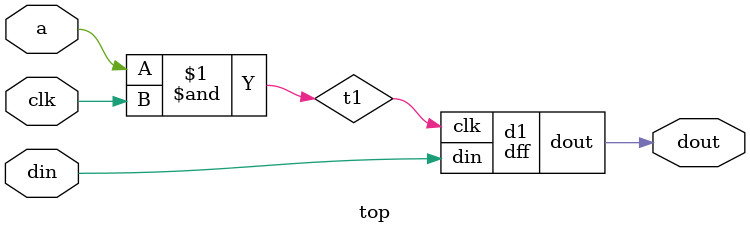
<source format=v>
`timescale 1ns / 1ps


module dff(
    input clk, din,
    output reg dout
    );
always@(posedge clk)
begin
dout <= din;
end  
endmodule
 
module top(clk, a, din, dout);
input a,din;
output  dout;
(* gated_clock = "yes" *)input clk;  
wire t1;
 
assign t1 = a & clk;
dff d1 (t1,din,dout);
 
 
endmodule
</source>
